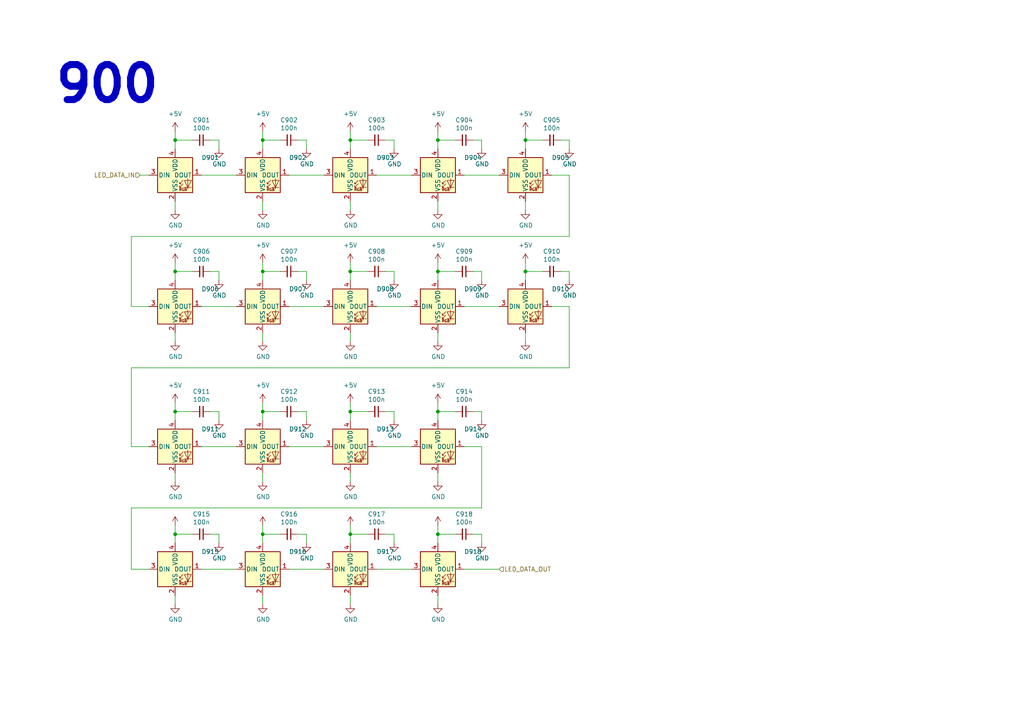
<source format=kicad_sch>
(kicad_sch (version 20250114) (generator "eeschema") (generator_version "9.0")
  (paper "A4")
  (lib_symbols
    (symbol "+5V_1" (power) (pin_names (offset 0))
      (property "Value" "+5V" (at 0 3.556 0))
      (symbol "+5V_1_1_1"
        (pin power_in line (at 0 0 90) (length 0) (hide yes) (name "+5V") (number "1"))
      )
    )
    (symbol "+5V_10" (power) (pin_names (offset 0))
      (property "Value" "+5V" (at 0 3.556 0))
      (symbol "+5V_10_1_1"
        (pin power_in line (at 0 0 90) (length 0) (hide yes) (name "+5V") (number "1"))
      )
    )
    (symbol "+5V_11" (power) (pin_names (offset 0))
      (property "Value" "+5V" (at 0 3.556 0))
      (symbol "+5V_11_1_1"
        (pin power_in line (at 0 0 90) (length 0) (hide yes) (name "+5V") (number "1"))
      )
    )
    (symbol "+5V_12" (power) (pin_names (offset 0))
      (property "Value" "+5V" (at 0 3.556 0))
      (symbol "+5V_12_1_1"
        (pin power_in line (at 0 0 90) (length 0) (hide yes) (name "+5V") (number "1"))
      )
    )
    (symbol "+5V_13" (power) (pin_names (offset 0))
      (property "Value" "+5V" (at 0 3.556 0))
      (symbol "+5V_13_1_1"
        (pin power_in line (at 0 0 90) (length 0) (hide yes) (name "+5V") (number "1"))
      )
    )
    (symbol "+5V_14" (power) (pin_names (offset 0))
      (property "Value" "+5V" (at 0 3.556 0))
      (symbol "+5V_14_1_1"
        (pin power_in line (at 0 0 90) (length 0) (hide yes) (name "+5V") (number "1"))
      )
    )
    (symbol "+5V_15" (power) (pin_names (offset 0))
      (property "Value" "+5V" (at 0 3.556 0))
      (symbol "+5V_15_1_1"
        (pin power_in line (at 0 0 90) (length 0) (hide yes) (name "+5V") (number "1"))
      )
    )
    (symbol "+5V_16" (power) (pin_names (offset 0))
      (property "Value" "+5V" (at 0 3.556 0))
      (symbol "+5V_16_1_1"
        (pin power_in line (at 0 0 90) (length 0) (hide yes) (name "+5V") (number "1"))
      )
    )
    (symbol "+5V_17" (power) (pin_names (offset 0))
      (property "Value" "+5V" (at 0 3.556 0))
      (symbol "+5V_17_1_1"
        (pin power_in line (at 0 0 90) (length 0) (hide yes) (name "+5V") (number "1"))
      )
    )
    (symbol "+5V_2" (power) (pin_names (offset 0))
      (property "Value" "+5V" (at 0 3.556 0))
      (symbol "+5V_2_1_1"
        (pin power_in line (at 0 0 90) (length 0) (hide yes) (name "+5V") (number "1"))
      )
    )
    (symbol "+5V_3" (power) (pin_names (offset 0))
      (property "Value" "+5V" (at 0 3.556 0))
      (symbol "+5V_3_1_1"
        (pin power_in line (at 0 0 90) (length 0) (hide yes) (name "+5V") (number "1"))
      )
    )
    (symbol "+5V_4" (power) (pin_names (offset 0))
      (property "Value" "+5V" (at 0 3.556 0))
      (symbol "+5V_4_1_1"
        (pin power_in line (at 0 0 90) (length 0) (hide yes) (name "+5V") (number "1"))
      )
    )
    (symbol "+5V_5" (power) (pin_names (offset 0))
      (property "Value" "+5V" (at 0 3.556 0))
      (symbol "+5V_5_1_1"
        (pin power_in line (at 0 0 90) (length 0) (hide yes) (name "+5V") (number "1"))
      )
    )
    (symbol "+5V_6" (power) (pin_names (offset 0))
      (property "Value" "+5V" (at 0 3.556 0))
      (symbol "+5V_6_1_1"
        (pin power_in line (at 0 0 90) (length 0) (hide yes) (name "+5V") (number "1"))
      )
    )
    (symbol "+5V_7" (power) (pin_names (offset 0))
      (property "Value" "+5V" (at 0 3.556 0))
      (symbol "+5V_7_1_1"
        (pin power_in line (at 0 0 90) (length 0) (hide yes) (name "+5V") (number "1"))
      )
    )
    (symbol "+5V_8" (power) (pin_names (offset 0))
      (property "Value" "+5V" (at 0 3.556 0))
      (symbol "+5V_8_1_1"
        (pin power_in line (at 0 0 90) (length 0) (hide yes) (name "+5V") (number "1"))
      )
    )
    (symbol "+5V_9" (power) (pin_names (offset 0))
      (property "Value" "+5V" (at 0 3.556 0))
      (symbol "+5V_9_1_1"
        (pin power_in line (at 0 0 90) (length 0) (hide yes) (name "+5V") (number "1"))
      )
    )
    (symbol "CAP_1" (pin_numbers (hide yes)) (pin_names (offset 0.254) (hide yes))
      (property "Reference" "C" (at 0.254 1.778 0))
      (symbol "CAP_1_1_1"
        (pin passive line (at 0 2.54 270) (length 2.032) (name "~") (number "1"))
        (pin passive line (at 0 -2.54 90) (length 2.032) (name "~") (number "2"))
      )
    )
    (symbol "CAP_10" (pin_numbers (hide yes)) (pin_names (offset 0.254) (hide yes))
      (property "Reference" "C" (at 0.254 1.778 0))
      (symbol "CAP_10_1_1"
        (pin passive line (at 0 2.54 270) (length 2.032) (name "~") (number "1"))
        (pin passive line (at 0 -2.54 90) (length 2.032) (name "~") (number "2"))
      )
    )
    (symbol "CAP_11" (pin_numbers (hide yes)) (pin_names (offset 0.254) (hide yes))
      (property "Reference" "C" (at 0.254 1.778 0))
      (symbol "CAP_11_1_1"
        (pin passive line (at 0 2.54 270) (length 2.032) (name "~") (number "1"))
        (pin passive line (at 0 -2.54 90) (length 2.032) (name "~") (number "2"))
      )
    )
    (symbol "CAP_12" (pin_numbers (hide yes)) (pin_names (offset 0.254) (hide yes))
      (property "Reference" "C" (at 0.254 1.778 0))
      (symbol "CAP_12_1_1"
        (pin passive line (at 0 2.54 270) (length 2.032) (name "~") (number "1"))
        (pin passive line (at 0 -2.54 90) (length 2.032) (name "~") (number "2"))
      )
    )
    (symbol "CAP_13" (pin_numbers (hide yes)) (pin_names (offset 0.254) (hide yes))
      (property "Reference" "C" (at 0.254 1.778 0))
      (symbol "CAP_13_1_1"
        (pin passive line (at 0 2.54 270) (length 2.032) (name "~") (number "1"))
        (pin passive line (at 0 -2.54 90) (length 2.032) (name "~") (number "2"))
      )
    )
    (symbol "CAP_14" (pin_numbers (hide yes)) (pin_names (offset 0.254) (hide yes))
      (property "Reference" "C" (at 0.254 1.778 0))
      (symbol "CAP_14_1_1"
        (pin passive line (at 0 2.54 270) (length 2.032) (name "~") (number "1"))
        (pin passive line (at 0 -2.54 90) (length 2.032) (name "~") (number "2"))
      )
    )
    (symbol "CAP_15" (pin_numbers (hide yes)) (pin_names (offset 0.254) (hide yes))
      (property "Reference" "C" (at 0.254 1.778 0))
      (symbol "CAP_15_1_1"
        (pin passive line (at 0 2.54 270) (length 2.032) (name "~") (number "1"))
        (pin passive line (at 0 -2.54 90) (length 2.032) (name "~") (number "2"))
      )
    )
    (symbol "CAP_16" (pin_numbers (hide yes)) (pin_names (offset 0.254) (hide yes))
      (property "Reference" "C" (at 0.254 1.778 0))
      (symbol "CAP_16_1_1"
        (pin passive line (at 0 2.54 270) (length 2.032) (name "~") (number "1"))
        (pin passive line (at 0 -2.54 90) (length 2.032) (name "~") (number "2"))
      )
    )
    (symbol "CAP_17" (pin_numbers (hide yes)) (pin_names (offset 0.254) (hide yes))
      (property "Reference" "C" (at 0.254 1.778 0))
      (symbol "CAP_17_1_1"
        (pin passive line (at 0 2.54 270) (length 2.032) (name "~") (number "1"))
        (pin passive line (at 0 -2.54 90) (length 2.032) (name "~") (number "2"))
      )
    )
    (symbol "CAP_2" (pin_numbers (hide yes)) (pin_names (offset 0.254) (hide yes))
      (property "Reference" "C" (at 0.254 1.778 0))
      (symbol "CAP_2_1_1"
        (pin passive line (at 0 2.54 270) (length 2.032) (name "~") (number "1"))
        (pin passive line (at 0 -2.54 90) (length 2.032) (name "~") (number "2"))
      )
    )
    (symbol "CAP_3" (pin_numbers (hide yes)) (pin_names (offset 0.254) (hide yes))
      (property "Reference" "C" (at 0.254 1.778 0))
      (symbol "CAP_3_1_1"
        (pin passive line (at 0 2.54 270) (length 2.032) (name "~") (number "1"))
        (pin passive line (at 0 -2.54 90) (length 2.032) (name "~") (number "2"))
      )
    )
    (symbol "CAP_4" (pin_numbers (hide yes)) (pin_names (offset 0.254) (hide yes))
      (property "Reference" "C" (at 0.254 1.778 0))
      (symbol "CAP_4_1_1"
        (pin passive line (at 0 2.54 270) (length 2.032) (name "~") (number "1"))
        (pin passive line (at 0 -2.54 90) (length 2.032) (name "~") (number "2"))
      )
    )
    (symbol "CAP_5" (pin_numbers (hide yes)) (pin_names (offset 0.254) (hide yes))
      (property "Reference" "C" (at 0.254 1.778 0))
      (symbol "CAP_5_1_1"
        (pin passive line (at 0 2.54 270) (length 2.032) (name "~") (number "1"))
        (pin passive line (at 0 -2.54 90) (length 2.032) (name "~") (number "2"))
      )
    )
    (symbol "CAP_6" (pin_numbers (hide yes)) (pin_names (offset 0.254) (hide yes))
      (property "Reference" "C" (at 0.254 1.778 0))
      (symbol "CAP_6_1_1"
        (pin passive line (at 0 2.54 270) (length 2.032) (name "~") (number "1"))
        (pin passive line (at 0 -2.54 90) (length 2.032) (name "~") (number "2"))
      )
    )
    (symbol "CAP_7" (pin_numbers (hide yes)) (pin_names (offset 0.254) (hide yes))
      (property "Reference" "C" (at 0.254 1.778 0))
      (symbol "CAP_7_1_1"
        (pin passive line (at 0 2.54 270) (length 2.032) (name "~") (number "1"))
        (pin passive line (at 0 -2.54 90) (length 2.032) (name "~") (number "2"))
      )
    )
    (symbol "CAP_8" (pin_numbers (hide yes)) (pin_names (offset 0.254) (hide yes))
      (property "Reference" "C" (at 0.254 1.778 0))
      (symbol "CAP_8_1_1"
        (pin passive line (at 0 2.54 270) (length 2.032) (name "~") (number "1"))
        (pin passive line (at 0 -2.54 90) (length 2.032) (name "~") (number "2"))
      )
    )
    (symbol "CAP_9" (pin_numbers (hide yes)) (pin_names (offset 0.254) (hide yes))
      (property "Reference" "C" (at 0.254 1.778 0))
      (symbol "CAP_9_1_1"
        (pin passive line (at 0 2.54 270) (length 2.032) (name "~") (number "1"))
        (pin passive line (at 0 -2.54 90) (length 2.032) (name "~") (number "2"))
      )
    )
    (symbol "GND_1" (power) (pin_names (offset 0))
      (property "Value" "GND" (at 0 -3.81 0))
      (symbol "GND_1_1_1"
        (pin power_in line (at 0 0 270) (length 0) (hide yes) (name "GND") (number "1"))
      )
    )
    (symbol "GND_10" (power) (pin_names (offset 0))
      (property "Value" "GND" (at 0 -3.81 0))
      (symbol "GND_10_1_1"
        (pin power_in line (at 0 0 270) (length 0) (hide yes) (name "GND") (number "1"))
      )
    )
    (symbol "GND_11" (power) (pin_names (offset 0))
      (property "Value" "GND" (at 0 -3.81 0))
      (symbol "GND_11_1_1"
        (pin power_in line (at 0 0 270) (length 0) (hide yes) (name "GND") (number "1"))
      )
    )
    (symbol "GND_12" (power) (pin_names (offset 0))
      (property "Value" "GND" (at 0 -3.81 0))
      (symbol "GND_12_1_1"
        (pin power_in line (at 0 0 270) (length 0) (hide yes) (name "GND") (number "1"))
      )
    )
    (symbol "GND_13" (power) (pin_names (offset 0))
      (property "Value" "GND" (at 0 -3.81 0))
      (symbol "GND_13_1_1"
        (pin power_in line (at 0 0 270) (length 0) (hide yes) (name "GND") (number "1"))
      )
    )
    (symbol "GND_14" (power) (pin_names (offset 0))
      (property "Value" "GND" (at 0 -3.81 0))
      (symbol "GND_14_1_1"
        (pin power_in line (at 0 0 270) (length 0) (hide yes) (name "GND") (number "1"))
      )
    )
    (symbol "GND_15" (power) (pin_names (offset 0))
      (property "Value" "GND" (at 0 -3.81 0))
      (symbol "GND_15_1_1"
        (pin power_in line (at 0 0 270) (length 0) (hide yes) (name "GND") (number "1"))
      )
    )
    (symbol "GND_16" (power) (pin_names (offset 0))
      (property "Value" "GND" (at 0 -3.81 0))
      (symbol "GND_16_1_1"
        (pin power_in line (at 0 0 270) (length 0) (hide yes) (name "GND") (number "1"))
      )
    )
    (symbol "GND_17" (power) (pin_names (offset 0))
      (property "Value" "GND" (at 0 -3.81 0))
      (symbol "GND_17_1_1"
        (pin power_in line (at 0 0 270) (length 0) (hide yes) (name "GND") (number "1"))
      )
    )
    (symbol "GND_18" (power) (pin_names (offset 0))
      (property "Value" "GND" (at 0 -3.81 0))
      (symbol "GND_18_1_1"
        (pin power_in line (at 0 0 270) (length 0) (hide yes) (name "GND") (number "1"))
      )
    )
    (symbol "GND_19" (power) (pin_names (offset 0))
      (property "Value" "GND" (at 0 -3.81 0))
      (symbol "GND_19_1_1"
        (pin power_in line (at 0 0 270) (length 0) (hide yes) (name "GND") (number "1"))
      )
    )
    (symbol "GND_2" (power) (pin_names (offset 0))
      (property "Value" "GND" (at 0 -3.81 0))
      (symbol "GND_2_1_1"
        (pin power_in line (at 0 0 270) (length 0) (hide yes) (name "GND") (number "1"))
      )
    )
    (symbol "GND_20" (power) (pin_names (offset 0))
      (property "Value" "GND" (at 0 -3.81 0))
      (symbol "GND_20_1_1"
        (pin power_in line (at 0 0 270) (length 0) (hide yes) (name "GND") (number "1"))
      )
    )
    (symbol "GND_21" (power) (pin_names (offset 0))
      (property "Value" "GND" (at 0 -3.81 0))
      (symbol "GND_21_1_1"
        (pin power_in line (at 0 0 270) (length 0) (hide yes) (name "GND") (number "1"))
      )
    )
    (symbol "GND_22" (power) (pin_names (offset 0))
      (property "Value" "GND" (at 0 -3.81 0))
      (symbol "GND_22_1_1"
        (pin power_in line (at 0 0 270) (length 0) (hide yes) (name "GND") (number "1"))
      )
    )
    (symbol "GND_23" (power) (pin_names (offset 0))
      (property "Value" "GND" (at 0 -3.81 0))
      (symbol "GND_23_1_1"
        (pin power_in line (at 0 0 270) (length 0) (hide yes) (name "GND") (number "1"))
      )
    )
    (symbol "GND_24" (power) (pin_names (offset 0))
      (property "Value" "GND" (at 0 -3.81 0))
      (symbol "GND_24_1_1"
        (pin power_in line (at 0 0 270) (length 0) (hide yes) (name "GND") (number "1"))
      )
    )
    (symbol "GND_25" (power) (pin_names (offset 0))
      (property "Value" "GND" (at 0 -3.81 0))
      (symbol "GND_25_1_1"
        (pin power_in line (at 0 0 270) (length 0) (hide yes) (name "GND") (number "1"))
      )
    )
    (symbol "GND_26" (power) (pin_names (offset 0))
      (property "Value" "GND" (at 0 -3.81 0))
      (symbol "GND_26_1_1"
        (pin power_in line (at 0 0 270) (length 0) (hide yes) (name "GND") (number "1"))
      )
    )
    (symbol "GND_27" (power) (pin_names (offset 0))
      (property "Value" "GND" (at 0 -3.81 0))
      (symbol "GND_27_1_1"
        (pin power_in line (at 0 0 270) (length 0) (hide yes) (name "GND") (number "1"))
      )
    )
    (symbol "GND_28" (power) (pin_names (offset 0))
      (property "Value" "GND" (at 0 -3.81 0))
      (symbol "GND_28_1_1"
        (pin power_in line (at 0 0 270) (length 0) (hide yes) (name "GND") (number "1"))
      )
    )
    (symbol "GND_29" (power) (pin_names (offset 0))
      (property "Value" "GND" (at 0 -3.81 0))
      (symbol "GND_29_1_1"
        (pin power_in line (at 0 0 270) (length 0) (hide yes) (name "GND") (number "1"))
      )
    )
    (symbol "GND_3" (power) (pin_names (offset 0))
      (property "Value" "GND" (at 0 -3.81 0))
      (symbol "GND_3_1_1"
        (pin power_in line (at 0 0 270) (length 0) (hide yes) (name "GND") (number "1"))
      )
    )
    (symbol "GND_30" (power) (pin_names (offset 0))
      (property "Value" "GND" (at 0 -3.81 0))
      (symbol "GND_30_1_1"
        (pin power_in line (at 0 0 270) (length 0) (hide yes) (name "GND") (number "1"))
      )
    )
    (symbol "GND_31" (power) (pin_names (offset 0))
      (property "Value" "GND" (at 0 -3.81 0))
      (symbol "GND_31_1_1"
        (pin power_in line (at 0 0 270) (length 0) (hide yes) (name "GND") (number "1"))
      )
    )
    (symbol "GND_32" (power) (pin_names (offset 0))
      (property "Value" "GND" (at 0 -3.81 0))
      (symbol "GND_32_1_1"
        (pin power_in line (at 0 0 270) (length 0) (hide yes) (name "GND") (number "1"))
      )
    )
    (symbol "GND_33" (power) (pin_names (offset 0))
      (property "Value" "GND" (at 0 -3.81 0))
      (symbol "GND_33_1_1"
        (pin power_in line (at 0 0 270) (length 0) (hide yes) (name "GND") (number "1"))
      )
    )
    (symbol "GND_34" (power) (pin_names (offset 0))
      (property "Value" "GND" (at 0 -3.81 0))
      (symbol "GND_34_1_1"
        (pin power_in line (at 0 0 270) (length 0) (hide yes) (name "GND") (number "1"))
      )
    )
    (symbol "GND_35" (power) (pin_names (offset 0))
      (property "Value" "GND" (at 0 -3.81 0))
      (symbol "GND_35_1_1"
        (pin power_in line (at 0 0 270) (length 0) (hide yes) (name "GND") (number "1"))
      )
    )
    (symbol "GND_4" (power) (pin_names (offset 0))
      (property "Value" "GND" (at 0 -3.81 0))
      (symbol "GND_4_1_1"
        (pin power_in line (at 0 0 270) (length 0) (hide yes) (name "GND") (number "1"))
      )
    )
    (symbol "GND_5" (power) (pin_names (offset 0))
      (property "Value" "GND" (at 0 -3.81 0))
      (symbol "GND_5_1_1"
        (pin power_in line (at 0 0 270) (length 0) (hide yes) (name "GND") (number "1"))
      )
    )
    (symbol "GND_6" (power) (pin_names (offset 0))
      (property "Value" "GND" (at 0 -3.81 0))
      (symbol "GND_6_1_1"
        (pin power_in line (at 0 0 270) (length 0) (hide yes) (name "GND") (number "1"))
      )
    )
    (symbol "GND_7" (power) (pin_names (offset 0))
      (property "Value" "GND" (at 0 -3.81 0))
      (symbol "GND_7_1_1"
        (pin power_in line (at 0 0 270) (length 0) (hide yes) (name "GND") (number "1"))
      )
    )
    (symbol "GND_8" (power) (pin_names (offset 0))
      (property "Value" "GND" (at 0 -3.81 0))
      (symbol "GND_8_1_1"
        (pin power_in line (at 0 0 270) (length 0) (hide yes) (name "GND") (number "1"))
      )
    )
    (symbol "GND_9" (power) (pin_names (offset 0))
      (property "Value" "GND" (at 0 -3.81 0))
      (symbol "GND_9_1_1"
        (pin power_in line (at 0 0 270) (length 0) (hide yes) (name "GND") (number "1"))
      )
    )
    (symbol "power:+5V" (power) (pin_names (offset 0))
      (property "Value" "+5V" (at 0 3.556 0))
      (symbol "+5V_1_1"
        (pin power_in line (at 0 0 90) (length 0) (hide yes) (name "+5V") (number "1"))
      )
    )
    (symbol "power:GND" (power) (pin_names (offset 0))
      (property "Value" "GND" (at 0 -3.81 0))
      (symbol "GND_1_1"
        (pin power_in line (at 0 0 270) (length 0) (hide yes) (name "GND") (number "1"))
      )
    )
    (symbol "suku_basics:CAP" (pin_numbers (hide yes)) (pin_names (offset 0.254) (hide yes))
      (property "Reference" "C" (at 0.254 1.778 0))
      (symbol "CAP_1_1"
        (pin passive line (at 0 2.54 270) (length 2.032) (name "~") (number "1"))
        (pin passive line (at 0 -2.54 90) (length 2.032) (name "~") (number "2"))
      )
    )
    (symbol "suku_basics:UI_WS2812C-2020" (pin_names (offset 0.254))
      (property "Reference" "D" (at 5.08 5.715 0))
      (property "Value" "UI_WS2812C-2020" (at 1.27 -5.715 0))
      (symbol "UI_WS2812C-2020_0_0"
        (text "RGB" (at 2.286 -4.191 0) (effects (font (size 0.762 0.762))))
      )
      (symbol "UI_WS2812C-2020_1_1"
        (pin input line (at -7.62 0 0) (length 2.54) (name "DIN") (number "3"))
        (pin power_in line (at 0 7.62 270) (length 2.54) (name "VDD") (number "4"))
        (pin power_in line (at 0 -7.62 90) (length 2.54) (name "VSS") (number "2"))
        (pin output line (at 7.62 0 180) (length 2.54) (name "DOUT") (number "1"))
      )
    )
  )
  (text "900" (at 15.24 30.48 0) (effects (font (size 10.16 10.16) (thickness 2.032) (bold yes)) (justify left bottom)))
  (junction (at 101.6 154.94))
  (junction (at 76.2 154.94))
  (junction (at 50.8 119.38))
  (junction (at 101.6 40.64))
  (junction (at 76.2 78.74))
  (junction (at 101.6 78.74))
  (junction (at 101.6 119.38))
  (junction (at 127 154.94))
  (junction (at 127 78.74))
  (junction (at 127 119.38))
  (junction (at 50.8 40.64))
  (junction (at 152.4 40.64))
  (junction (at 127 40.64))
  (junction (at 152.4 78.74))
  (junction (at 50.8 78.74))
  (junction (at 76.2 40.64))
  (junction (at 76.2 119.38))
  (junction (at 50.8 154.94))
  (wire (pts (xy 139.7 147.32) (xy 38.1 147.32)))
  (wire (pts (xy 88.9 40.64) (xy 86.36 40.64)))
  (wire (pts (xy 127 60.96) (xy 127 58.42)))
  (wire (pts (xy 127 81.28) (xy 127 78.74)))
  (wire (pts (xy 139.7 129.54) (xy 139.7 147.32)))
  (wire (pts (xy 114.3 78.74) (xy 111.76 78.74)))
  (wire (pts (xy 63.5 78.74) (xy 60.96 78.74)))
  (wire (pts (xy 63.5 81.28) (xy 63.5 78.74)))
  (wire (pts (xy 76.2 157.48) (xy 76.2 154.94)))
  (wire (pts (xy 38.1 129.54) (xy 43.18 129.54)))
  (wire (pts (xy 114.3 157.48) (xy 114.3 154.94)))
  (wire (pts (xy 127 121.92) (xy 127 119.38)))
  (wire (pts (xy 88.9 43.18) (xy 88.9 40.64)))
  (wire (pts (xy 88.9 154.94) (xy 86.36 154.94)))
  (wire (pts (xy 127 139.7) (xy 127 137.16)))
  (wire (pts (xy 165.1 81.28) (xy 165.1 78.74)))
  (wire (pts (xy 88.9 119.38) (xy 86.36 119.38)))
  (wire (pts (xy 38.1 68.58) (xy 38.1 88.9)))
  (wire (pts (xy 58.42 129.54) (xy 68.58 129.54)))
  (wire (pts (xy 81.28 154.94) (xy 76.2 154.94)))
  (wire (pts (xy 63.5 119.38) (xy 60.96 119.38)))
  (wire (pts (xy 38.1 165.1) (xy 43.18 165.1)))
  (wire (pts (xy 132.08 40.64) (xy 127 40.64)))
  (wire (pts (xy 38.1 106.68) (xy 38.1 129.54)))
  (wire (pts (xy 114.3 119.38) (xy 111.76 119.38)))
  (wire (pts (xy 165.1 40.64) (xy 162.56 40.64)))
  (wire (pts (xy 38.1 147.32) (xy 38.1 165.1)))
  (wire (pts (xy 114.3 154.94) (xy 111.76 154.94)))
  (wire (pts (xy 165.1 78.74) (xy 162.56 78.74)))
  (wire (pts (xy 127 78.74) (xy 127 76.2)))
  (wire (pts (xy 58.42 165.1) (xy 68.58 165.1)))
  (wire (pts (xy 50.8 40.64) (xy 50.8 38.1)))
  (wire (pts (xy 101.6 40.64) (xy 101.6 38.1)))
  (wire (pts (xy 101.6 175.26) (xy 101.6 172.72)))
  (wire (pts (xy 76.2 76.2) (xy 76.2 78.74)))
  (wire (pts (xy 88.9 121.92) (xy 88.9 119.38)))
  (wire (pts (xy 152.4 99.06) (xy 152.4 96.52)))
  (wire (pts (xy 109.22 129.54) (xy 119.38 129.54)))
  (wire (pts (xy 132.08 154.94) (xy 127 154.94)))
  (wire (pts (xy 50.8 81.28) (xy 50.8 78.74)))
  (wire (pts (xy 134.62 50.8) (xy 144.78 50.8)))
  (wire (pts (xy 83.82 165.1) (xy 93.98 165.1)))
  (wire (pts (xy 50.8 40.64) (xy 55.88 40.64)))
  (wire (pts (xy 101.6 139.7) (xy 101.6 137.16)))
  (wire (pts (xy 63.5 154.94) (xy 60.96 154.94)))
  (wire (pts (xy 50.8 157.48) (xy 50.8 154.94)))
  (wire (pts (xy 134.62 165.1) (xy 144.78 165.1)))
  (wire (pts (xy 127 43.18) (xy 127 40.64)))
  (wire (pts (xy 50.8 175.26) (xy 50.8 172.72)))
  (wire (pts (xy 76.2 121.92) (xy 76.2 119.38)))
  (wire (pts (xy 132.08 78.74) (xy 127 78.74)))
  (wire (pts (xy 38.1 88.9) (xy 43.18 88.9)))
  (wire (pts (xy 152.4 60.96) (xy 152.4 58.42)))
  (wire (pts (xy 88.9 157.48) (xy 88.9 154.94)))
  (wire (pts (xy 81.28 119.38) (xy 76.2 119.38)))
  (wire (pts (xy 76.2 99.06) (xy 76.2 96.52)))
  (wire (pts (xy 101.6 121.92) (xy 101.6 119.38)))
  (wire (pts (xy 101.6 99.06) (xy 101.6 96.52)))
  (wire (pts (xy 106.68 119.38) (xy 101.6 119.38)))
  (wire (pts (xy 101.6 60.96) (xy 101.6 58.42)))
  (wire (pts (xy 139.7 40.64) (xy 137.16 40.64)))
  (wire (pts (xy 50.8 154.94) (xy 50.8 152.4)))
  (wire (pts (xy 127 175.26) (xy 127 172.72)))
  (wire (pts (xy 83.82 129.54) (xy 93.98 129.54)))
  (wire (pts (xy 76.2 154.94) (xy 76.2 152.4)))
  (wire (pts (xy 50.8 119.38) (xy 50.8 116.84)))
  (wire (pts (xy 139.7 119.38) (xy 137.16 119.38)))
  (wire (pts (xy 50.8 119.38) (xy 55.88 119.38)))
  (wire (pts (xy 58.42 88.9) (xy 68.58 88.9)))
  (wire (pts (xy 40.64 50.8) (xy 43.18 50.8)))
  (wire (pts (xy 134.62 129.54) (xy 139.7 129.54)))
  (wire (pts (xy 76.2 60.96) (xy 76.2 58.42)))
  (wire (pts (xy 152.4 81.28) (xy 152.4 78.74)))
  (wire (pts (xy 81.28 78.74) (xy 76.2 78.74)))
  (wire (pts (xy 165.1 68.58) (xy 165.1 50.8)))
  (wire (pts (xy 50.8 60.96) (xy 50.8 58.42)))
  (wire (pts (xy 152.4 40.64) (xy 152.4 38.1)))
  (wire (pts (xy 160.02 88.9) (xy 165.1 88.9)))
  (wire (pts (xy 76.2 139.7) (xy 76.2 137.16)))
  (wire (pts (xy 50.8 78.74) (xy 55.88 78.74)))
  (wire (pts (xy 81.28 40.64) (xy 76.2 40.64)))
  (wire (pts (xy 106.68 78.74) (xy 101.6 78.74)))
  (wire (pts (xy 134.62 88.9) (xy 144.78 88.9)))
  (wire (pts (xy 114.3 81.28) (xy 114.3 78.74)))
  (wire (pts (xy 114.3 43.18) (xy 114.3 40.64)))
  (wire (pts (xy 101.6 119.38) (xy 101.6 116.84)))
  (wire (pts (xy 127 40.64) (xy 127 38.1)))
  (wire (pts (xy 83.82 88.9) (xy 93.98 88.9)))
  (wire (pts (xy 101.6 81.28) (xy 101.6 78.74)))
  (wire (pts (xy 152.4 78.74) (xy 152.4 76.2)))
  (wire (pts (xy 160.02 50.8) (xy 165.1 50.8)))
  (wire (pts (xy 157.48 40.64) (xy 152.4 40.64)))
  (wire (pts (xy 88.9 81.28) (xy 88.9 78.74)))
  (wire (pts (xy 63.5 157.48) (xy 63.5 154.94)))
  (wire (pts (xy 76.2 43.18) (xy 76.2 40.64)))
  (wire (pts (xy 127 99.06) (xy 127 96.52)))
  (wire (pts (xy 50.8 139.7) (xy 50.8 137.16)))
  (wire (pts (xy 127 119.38) (xy 127 116.84)))
  (wire (pts (xy 139.7 121.92) (xy 139.7 119.38)))
  (wire (pts (xy 76.2 116.84) (xy 76.2 119.38)))
  (wire (pts (xy 38.1 68.58) (xy 165.1 68.58)))
  (wire (pts (xy 139.7 154.94) (xy 137.16 154.94)))
  (wire (pts (xy 152.4 43.18) (xy 152.4 40.64)))
  (wire (pts (xy 139.7 157.48) (xy 139.7 154.94)))
  (wire (pts (xy 101.6 78.74) (xy 101.6 76.2)))
  (wire (pts (xy 58.42 50.8) (xy 68.58 50.8)))
  (wire (pts (xy 127 154.94) (xy 127 152.4)))
  (wire (pts (xy 50.8 43.18) (xy 50.8 40.64)))
  (wire (pts (xy 50.8 121.92) (xy 50.8 119.38)))
  (wire (pts (xy 101.6 154.94) (xy 101.6 152.4)))
  (wire (pts (xy 109.22 50.8) (xy 119.38 50.8)))
  (wire (pts (xy 165.1 106.68) (xy 165.1 88.9)))
  (wire (pts (xy 114.3 121.92) (xy 114.3 119.38)))
  (wire (pts (xy 139.7 78.74) (xy 137.16 78.74)))
  (wire (pts (xy 83.82 50.8) (xy 93.98 50.8)))
  (wire (pts (xy 63.5 40.64) (xy 60.96 40.64)))
  (wire (pts (xy 157.48 78.74) (xy 152.4 78.74)))
  (wire (pts (xy 38.1 106.68) (xy 165.1 106.68)))
  (wire (pts (xy 63.5 121.92) (xy 63.5 119.38)))
  (wire (pts (xy 106.68 40.64) (xy 101.6 40.64)))
  (wire (pts (xy 63.5 43.18) (xy 63.5 40.64)))
  (wire (pts (xy 76.2 175.26) (xy 76.2 172.72)))
  (wire (pts (xy 139.7 43.18) (xy 139.7 40.64)))
  (wire (pts (xy 114.3 40.64) (xy 111.76 40.64)))
  (wire (pts (xy 132.08 119.38) (xy 127 119.38)))
  (wire (pts (xy 76.2 81.28) (xy 76.2 78.74)))
  (wire (pts (xy 109.22 165.1) (xy 119.38 165.1)))
  (wire (pts (xy 50.8 78.74) (xy 50.8 76.2)))
  (wire (pts (xy 101.6 43.18) (xy 101.6 40.64)))
  (wire (pts (xy 106.68 154.94) (xy 101.6 154.94)))
  (wire (pts (xy 109.22 88.9) (xy 119.38 88.9)))
  (wire (pts (xy 50.8 99.06) (xy 50.8 96.52)))
  (wire (pts (xy 101.6 157.48) (xy 101.6 154.94)))
  (wire (pts (xy 139.7 81.28) (xy 139.7 78.74)))
  (wire (pts (xy 88.9 78.74) (xy 86.36 78.74)))
  (wire (pts (xy 165.1 43.18) (xy 165.1 40.64)))
  (wire (pts (xy 76.2 40.64) (xy 76.2 38.1)))
  (wire (pts (xy 50.8 154.94) (xy 55.88 154.94)))
  (wire (pts (xy 127 157.48) (xy 127 154.94)))
  (hierarchical_label "LED_DATA_IN" (shape input) (at 40.64 50.8 180))
  (hierarchical_label "LED_DATA_OUT" (shape input) (at 144.78 165.1 0))
  (symbol (lib_id "suku_basics:UI_WS2812C-2020") (at 50.8 88.9 0) (unit 1)
    (property "Reference" "D906" (at 58.42 83.82 0) (effects (justify left)))
    (property "Value" "WS2812C-2020" (effects (hide yes)))
    (property "Footprint" "suku_basics:UI_WS2812C-2020" (effects (hide yes)))
  )
  (symbol (lib_id "power:GND") (at 50.8 99.06 0) (unit 1)
    (property "Reference" "#PWR0926" (effects (hide yes)))
    (property "Value" "GND" (at 50.927 103.4542 0))
  )
  (symbol (lib_id "suku_basics:UI_WS2812C-2020") (at 76.2 88.9 0) (unit 1)
    (property "Reference" "D907" (at 83.82 83.82 0) (effects (justify left)))
    (property "Value" "WS2812C-2020" (effects (hide yes)))
    (property "Footprint" "suku_basics:UI_WS2812C-2020" (effects (hide yes)))
  )
  (symbol (lib_name "GND_33") (lib_id "power:GND") (at 76.2 99.06 0) (unit 1)
    (property "Reference" "#PWR0927" (effects (hide yes)))
    (property "Value" "GND" (at 76.327 103.4542 0))
  )
  (symbol (lib_id "suku_basics:UI_WS2812C-2020") (at 101.6 88.9 0) (unit 1)
    (property "Reference" "D908" (at 109.22 83.82 0) (effects (justify left)))
    (property "Value" "WS2812C-2020" (effects (hide yes)))
    (property "Footprint" "suku_basics:UI_WS2812C-2020" (effects (hide yes)))
  )
  (symbol (lib_name "GND_35") (lib_id "power:GND") (at 101.6 99.06 0) (unit 1)
    (property "Reference" "#PWR0928" (effects (hide yes)))
    (property "Value" "GND" (at 101.727 103.4542 0))
  )
  (symbol (lib_id "suku_basics:UI_WS2812C-2020") (at 127 88.9 0) (unit 1)
    (property "Reference" "D909" (at 134.62 83.82 0) (effects (justify left)))
    (property "Value" "WS2812C-2020" (effects (hide yes)))
    (property "Footprint" "suku_basics:UI_WS2812C-2020" (effects (hide yes)))
  )
  (symbol (lib_name "GND_34") (lib_id "power:GND") (at 127 99.06 0) (unit 1)
    (property "Reference" "#PWR0929" (effects (hide yes)))
    (property "Value" "GND" (at 127.127 103.4542 0))
  )
  (symbol (lib_id "suku_basics:CAP") (at 58.42 78.74 270) (unit 1)
    (property "Reference" "C906" (at 58.42 72.9234 90))
    (property "Value" "100n" (at 58.42 75.2348 90))
    (property "Footprint" "suku_basics:CAP_0402" (effects (hide yes)))
  )
  (symbol (lib_name "GND_31") (lib_id "power:GND") (at 63.5 81.28 0) (unit 1)
    (property "Reference" "#PWR0921" (effects (hide yes)))
    (property "Value" "GND" (at 63.627 85.6742 0))
  )
  (symbol (lib_name "CAP_16") (lib_id "suku_basics:CAP") (at 83.82 78.74 270) (unit 1)
    (property "Reference" "C907" (at 83.82 72.9234 90))
    (property "Value" "100n" (at 83.82 75.2348 90))
    (property "Footprint" "suku_basics:CAP_0402" (effects (hide yes)))
  )
  (symbol (lib_name "GND_32") (lib_id "power:GND") (at 88.9 81.28 0) (unit 1)
    (property "Reference" "#PWR0922" (effects (hide yes)))
    (property "Value" "GND" (at 89.027 85.6742 0))
  )
  (symbol (lib_name "CAP_17") (lib_id "suku_basics:CAP") (at 109.22 78.74 270) (unit 1)
    (property "Reference" "C908" (at 109.22 72.9234 90))
    (property "Value" "100n" (at 109.22 75.2348 90))
    (property "Footprint" "suku_basics:CAP_0402" (effects (hide yes)))
  )
  (symbol (lib_name "GND_30") (lib_id "power:GND") (at 114.3 81.28 0) (unit 1)
    (property "Reference" "#PWR0923" (effects (hide yes)))
    (property "Value" "GND" (at 114.427 85.6742 0))
  )
  (symbol (lib_name "CAP_15") (lib_id "suku_basics:CAP") (at 134.62 78.74 270) (unit 1)
    (property "Reference" "C909" (at 134.62 72.9234 90))
    (property "Value" "100n" (at 134.62 75.2348 90))
    (property "Footprint" "suku_basics:CAP_0402" (effects (hide yes)))
  )
  (symbol (lib_name "GND_29") (lib_id "power:GND") (at 139.7 81.28 0) (unit 1)
    (property "Reference" "#PWR0924" (effects (hide yes)))
    (property "Value" "GND" (at 139.827 85.6742 0))
  )
  (symbol (lib_id "suku_basics:UI_WS2812C-2020") (at 50.8 165.1 0) (unit 1)
    (property "Reference" "D915" (at 58.42 160.02 0) (effects (justify left)))
    (property "Value" "WS2812C-2020" (effects (hide yes)))
    (property "Footprint" "suku_basics:UI_WS2812C-2020" (effects (hide yes)))
  )
  (symbol (lib_name "GND_28") (lib_id "power:GND") (at 50.8 175.26 0) (unit 1)
    (property "Reference" "#PWR0951" (effects (hide yes)))
    (property "Value" "GND" (at 50.927 179.6542 0))
  )
  (symbol (lib_id "suku_basics:UI_WS2812C-2020") (at 76.2 165.1 0) (unit 1)
    (property "Reference" "D916" (at 83.82 160.02 0) (effects (justify left)))
    (property "Value" "WS2812C-2020" (effects (hide yes)))
    (property "Footprint" "suku_basics:UI_WS2812C-2020" (effects (hide yes)))
  )
  (symbol (lib_name "GND_26") (lib_id "power:GND") (at 76.2 175.26 0) (unit 1)
    (property "Reference" "#PWR0952" (effects (hide yes)))
    (property "Value" "GND" (at 76.327 179.6542 0))
  )
  (symbol (lib_id "suku_basics:UI_WS2812C-2020") (at 101.6 165.1 0) (unit 1)
    (property "Reference" "D917" (at 109.22 160.02 0) (effects (justify left)))
    (property "Value" "WS2812C-2020" (effects (hide yes)))
    (property "Footprint" "suku_basics:UI_WS2812C-2020" (effects (hide yes)))
  )
  (symbol (lib_name "GND_25") (lib_id "power:GND") (at 101.6 175.26 0) (unit 1)
    (property "Reference" "#PWR0953" (effects (hide yes)))
    (property "Value" "GND" (at 101.727 179.6542 0))
  )
  (symbol (lib_id "suku_basics:UI_WS2812C-2020") (at 127 165.1 0) (unit 1)
    (property "Reference" "D918" (at 134.62 160.02 0) (effects (justify left)))
    (property "Value" "WS2812C-2020" (effects (hide yes)))
    (property "Footprint" "suku_basics:UI_WS2812C-2020" (effects (hide yes)))
  )
  (symbol (lib_name "GND_27") (lib_id "power:GND") (at 127 175.26 0) (unit 1)
    (property "Reference" "#PWR0954" (effects (hide yes)))
    (property "Value" "GND" (at 127.127 179.6542 0))
  )
  (symbol (lib_name "CAP_14") (lib_id "suku_basics:CAP") (at 58.42 154.94 270) (unit 1)
    (property "Reference" "C915" (at 58.42 149.1234 90))
    (property "Value" "100n" (at 58.42 151.4348 90))
    (property "Footprint" "suku_basics:CAP_0402" (effects (hide yes)))
  )
  (symbol (lib_name "GND_24") (lib_id "power:GND") (at 63.5 157.48 0) (unit 1)
    (property "Reference" "#PWR0947" (effects (hide yes)))
    (property "Value" "GND" (at 63.627 161.8742 0))
  )
  (symbol (lib_name "CAP_13") (lib_id "suku_basics:CAP") (at 83.82 154.94 270) (unit 1)
    (property "Reference" "C916" (at 83.82 149.1234 90))
    (property "Value" "100n" (at 83.82 151.4348 90))
    (property "Footprint" "suku_basics:CAP_0402" (effects (hide yes)))
  )
  (symbol (lib_name "GND_22") (lib_id "power:GND") (at 88.9 157.48 0) (unit 1)
    (property "Reference" "#PWR0948" (effects (hide yes)))
    (property "Value" "GND" (at 89.027 161.8742 0))
  )
  (symbol (lib_name "CAP_11") (lib_id "suku_basics:CAP") (at 109.22 154.94 270) (unit 1)
    (property "Reference" "C917" (at 109.22 149.1234 90))
    (property "Value" "100n" (at 109.22 151.4348 90))
    (property "Footprint" "suku_basics:CAP_0402" (effects (hide yes)))
  )
  (symbol (lib_name "GND_23") (lib_id "power:GND") (at 114.3 157.48 0) (unit 1)
    (property "Reference" "#PWR0949" (effects (hide yes)))
    (property "Value" "GND" (at 114.427 161.8742 0))
  )
  (symbol (lib_name "CAP_12") (lib_id "suku_basics:CAP") (at 134.62 154.94 270) (unit 1)
    (property "Reference" "C918" (at 134.62 149.1234 90))
    (property "Value" "100n" (at 134.62 151.4348 90))
    (property "Footprint" "suku_basics:CAP_0402" (effects (hide yes)))
  )
  (symbol (lib_name "GND_21") (lib_id "power:GND") (at 139.7 157.48 0) (unit 1)
    (property "Reference" "#PWR0950" (effects (hide yes)))
    (property "Value" "GND" (at 139.827 161.8742 0))
  )
  (symbol (lib_id "suku_basics:UI_WS2812C-2020") (at 76.2 129.54 0) (unit 1)
    (property "Reference" "D912" (at 83.82 124.46 0) (effects (justify left)))
    (property "Value" "WS2812C-2020" (effects (hide yes)))
    (property "Footprint" "suku_basics:UI_WS2812C-2020" (effects (hide yes)))
  )
  (symbol (lib_id "suku_basics:UI_WS2812C-2020") (at 152.4 88.9 0) (unit 1)
    (property "Reference" "D910" (at 160.02 83.82 0) (effects (justify left)))
    (property "Value" "WS2812C-2020" (effects (hide yes)))
    (property "Footprint" "suku_basics:UI_WS2812C-2020" (effects (hide yes)))
  )
  (symbol (lib_id "power:+5V") (at 127 38.1 0) (unit 1)
    (property "Reference" "#PWR0904" (effects (hide yes)))
    (property "Value" "+5V" (at 127 33.02 0))
  )
  (symbol (lib_name "GND_20") (lib_id "power:GND") (at 152.4 60.96 0) (unit 1)
    (property "Reference" "#PWR0915" (effects (hide yes)))
    (property "Value" "GND" (at 152.527 65.3542 0))
  )
  (symbol (lib_name "GND_19") (lib_id "power:GND") (at 76.2 60.96 0) (unit 1)
    (property "Reference" "#PWR0912" (effects (hide yes)))
    (property "Value" "GND" (at 76.327 65.3542 0))
  )
  (symbol (lib_name "GND_18") (lib_id "power:GND") (at 139.7 43.18 0) (unit 1)
    (property "Reference" "#PWR0909" (effects (hide yes)))
    (property "Value" "GND" (at 139.827 47.5742 0))
  )
  (symbol (lib_name "GND_17") (lib_id "power:GND") (at 50.8 60.96 0) (unit 1)
    (property "Reference" "#PWR0911" (effects (hide yes)))
    (property "Value" "GND" (at 50.927 65.3542 0))
  )
  (symbol (lib_name "GND_16") (lib_id "power:GND") (at 127 60.96 0) (unit 1)
    (property "Reference" "#PWR0914" (effects (hide yes)))
    (property "Value" "GND" (at 127.127 65.3542 0))
  )
  (symbol (lib_name "+5V_17") (lib_id "power:+5V") (at 127 152.4 0) (unit 1)
    (property "Reference" "#PWR0946" (effects (hide yes)))
    (property "Value" "+5V" (effects (hide yes)))
  )
  (symbol (lib_name "CAP_10") (lib_id "suku_basics:CAP") (at 160.02 40.64 270) (unit 1)
    (property "Reference" "C905" (at 160.02 34.8234 90))
    (property "Value" "100n" (at 160.02 37.1348 90))
    (property "Footprint" "suku_basics:CAP_0402" (effects (hide yes)))
  )
  (symbol (lib_id "suku_basics:UI_WS2812C-2020") (at 50.8 50.8 0) (unit 1)
    (property "Reference" "D901" (at 58.42 45.72 0) (effects (justify left)))
    (property "Value" "WS2812C-2020" (effects (hide yes)))
    (property "Footprint" "suku_basics:UI_WS2812C-2020" (effects (hide yes)))
  )
  (symbol (lib_name "+5V_16") (lib_id "power:+5V") (at 101.6 152.4 0) (unit 1)
    (property "Reference" "#PWR0945" (effects (hide yes)))
    (property "Value" "+5V" (effects (hide yes)))
  )
  (symbol (lib_name "GND_15") (lib_id "power:GND") (at 152.4 99.06 0) (unit 1)
    (property "Reference" "#PWR0930" (effects (hide yes)))
    (property "Value" "GND" (at 152.527 103.4542 0))
  )
  (symbol (lib_id "suku_basics:UI_WS2812C-2020") (at 127 50.8 0) (unit 1)
    (property "Reference" "D904" (at 134.62 45.72 0) (effects (justify left)))
    (property "Value" "WS2812C-2020" (effects (hide yes)))
    (property "Footprint" "suku_basics:UI_WS2812C-2020" (effects (hide yes)))
  )
  (symbol (lib_name "+5V_15") (lib_id "power:+5V") (at 152.4 38.1 0) (unit 1)
    (property "Reference" "#PWR0905" (effects (hide yes)))
    (property "Value" "+5V" (at 152.4 33.02 0))
  )
  (symbol (lib_name "GND_14") (lib_id "power:GND") (at 76.2 139.7 0) (unit 1)
    (property "Reference" "#PWR0940" (effects (hide yes)))
    (property "Value" "GND" (at 76.327 144.0942 0))
  )
  (symbol (lib_name "GND_12") (lib_id "power:GND") (at 88.9 121.92 0) (unit 1)
    (property "Reference" "#PWR0936" (effects (hide yes)))
    (property "Value" "GND" (at 89.027 126.3142 0))
  )
  (symbol (lib_name "GND_10") (lib_id "power:GND") (at 165.1 43.18 0) (unit 1)
    (property "Reference" "#PWR0910" (effects (hide yes)))
    (property "Value" "GND" (at 165.227 47.5742 0))
  )
  (symbol (lib_name "+5V_14") (lib_id "power:+5V") (at 76.2 38.1 0) (unit 1)
    (property "Reference" "#PWR0902" (effects (hide yes)))
    (property "Value" "+5V" (at 76.2 33.02 0))
  )
  (symbol (lib_name "CAP_8") (lib_id "suku_basics:CAP") (at 58.42 119.38 270) (unit 1)
    (property "Reference" "C911" (at 58.42 113.5634 90))
    (property "Value" "100n" (at 58.42 115.8748 90))
    (property "Footprint" "suku_basics:CAP_0402" (effects (hide yes)))
  )
  (symbol (lib_name "CAP_7") (lib_id "suku_basics:CAP") (at 83.82 119.38 270) (unit 1)
    (property "Reference" "C912" (at 83.82 113.5634 90))
    (property "Value" "100n" (at 83.82 115.8748 90))
    (property "Footprint" "suku_basics:CAP_0402" (effects (hide yes)))
  )
  (symbol (lib_id "suku_basics:UI_WS2812C-2020") (at 127 129.54 0) (unit 1)
    (property "Reference" "D914" (at 134.62 124.46 0) (effects (justify left)))
    (property "Value" "WS2812C-2020" (effects (hide yes)))
    (property "Footprint" "suku_basics:UI_WS2812C-2020" (effects (hide yes)))
  )
  (symbol (lib_name "CAP_6") (lib_id "suku_basics:CAP") (at 83.82 40.64 270) (unit 1)
    (property "Reference" "C902" (at 83.82 34.8234 90))
    (property "Value" "100n" (at 83.82 37.1348 90))
    (property "Footprint" "suku_basics:CAP_0402" (effects (hide yes)))
  )
  (symbol (lib_name "GND_13") (lib_id "power:GND") (at 165.1 81.28 0) (unit 1)
    (property "Reference" "#PWR0925" (effects (hide yes)))
    (property "Value" "GND" (at 165.227 85.6742 0))
  )
  (symbol (lib_name "+5V_13") (lib_id "power:+5V") (at 101.6 116.84 0) (unit 1)
    (property "Reference" "#PWR0933" (effects (hide yes)))
    (property "Value" "+5V" (at 101.6 111.76 0))
  )
  (symbol (lib_name "CAP_5") (lib_id "suku_basics:CAP") (at 134.62 40.64 270) (unit 1)
    (property "Reference" "C904" (at 134.62 34.8234 90))
    (property "Value" "100n" (at 134.62 37.1348 90))
    (property "Footprint" "suku_basics:CAP_0402" (effects (hide yes)))
  )
  (symbol (lib_name "GND_9") (lib_id "power:GND") (at 101.6 60.96 0) (unit 1)
    (property "Reference" "#PWR0913" (effects (hide yes)))
    (property "Value" "GND" (at 101.727 65.3542 0))
  )
  (symbol (lib_name "+5V_12") (lib_id "power:+5V") (at 50.8 152.4 0) (unit 1)
    (property "Reference" "#PWR0943" (effects (hide yes)))
    (property "Value" "+5V" (effects (hide yes)))
  )
  (symbol (lib_name "CAP_4") (lib_id "suku_basics:CAP") (at 58.42 40.64 270) (unit 1)
    (property "Reference" "C901" (at 58.42 34.8234 90))
    (property "Value" "100n" (at 58.42 37.1348 90))
    (property "Footprint" "suku_basics:CAP_0402" (effects (hide yes)))
  )
  (symbol (lib_name "+5V_11") (lib_id "power:+5V") (at 76.2 116.84 0) (unit 1)
    (property "Reference" "#PWR0932" (effects (hide yes)))
    (property "Value" "+5V" (at 76.2 111.76 0))
  )
  (symbol (lib_name "+5V_10") (lib_id "power:+5V") (at 101.6 38.1 0) (unit 1)
    (property "Reference" "#PWR0903" (effects (hide yes)))
    (property "Value" "+5V" (at 101.6 33.02 0))
  )
  (symbol (lib_name "+5V_9") (lib_id "power:+5V") (at 152.4 76.2 0) (unit 1)
    (property "Reference" "#PWR0920" (effects (hide yes)))
    (property "Value" "+5V" (at 152.4 71.12 0))
  )
  (symbol (lib_name "CAP_9") (lib_id "suku_basics:CAP") (at 160.02 78.74 270) (unit 1)
    (property "Reference" "C910" (at 160.02 72.9234 90))
    (property "Value" "100n" (at 160.02 75.2348 90))
    (property "Footprint" "suku_basics:CAP_0402" (effects (hide yes)))
  )
  (symbol (lib_name "+5V_8") (lib_id "power:+5V") (at 127 76.2 0) (unit 1)
    (property "Reference" "#PWR0919" (effects (hide yes)))
    (property "Value" "+5V" (at 127 71.12 0))
  )
  (symbol (lib_id "suku_basics:UI_WS2812C-2020") (at 101.6 129.54 0) (unit 1)
    (property "Reference" "D913" (at 109.22 124.46 0) (effects (justify left)))
    (property "Value" "WS2812C-2020" (effects (hide yes)))
    (property "Footprint" "suku_basics:UI_WS2812C-2020" (effects (hide yes)))
  )
  (symbol (lib_id "suku_basics:UI_WS2812C-2020") (at 101.6 50.8 0) (unit 1)
    (property "Reference" "D903" (at 109.22 45.72 0) (effects (justify left)))
    (property "Value" "WS2812C-2020" (effects (hide yes)))
    (property "Footprint" "suku_basics:UI_WS2812C-2020" (effects (hide yes)))
  )
  (symbol (lib_name "+5V_7") (lib_id "power:+5V") (at 101.6 76.2 0) (unit 1)
    (property "Reference" "#PWR0918" (effects (hide yes)))
    (property "Value" "+5V" (at 101.6 71.12 0))
  )
  (symbol (lib_name "GND_8") (lib_id "power:GND") (at 63.5 121.92 0) (unit 1)
    (property "Reference" "#PWR0935" (effects (hide yes)))
    (property "Value" "GND" (at 63.627 126.3142 0))
  )
  (symbol (lib_name "GND_5") (lib_id "power:GND") (at 127 139.7 0) (unit 1)
    (property "Reference" "#PWR0942" (effects (hide yes)))
    (property "Value" "GND" (at 127.127 144.0942 0))
  )
  (symbol (lib_name "GND_11") (lib_id "power:GND") (at 101.6 139.7 0) (unit 1)
    (property "Reference" "#PWR0941" (effects (hide yes)))
    (property "Value" "GND" (at 101.727 144.0942 0))
  )
  (symbol (lib_name "GND_7") (lib_id "power:GND") (at 114.3 43.18 0) (unit 1)
    (property "Reference" "#PWR0908" (effects (hide yes)))
    (property "Value" "GND" (at 114.427 47.5742 0))
  )
  (symbol (lib_name "GND_6") (lib_id "power:GND") (at 50.8 139.7 0) (unit 1)
    (property "Reference" "#PWR0939" (effects (hide yes)))
    (property "Value" "GND" (at 50.927 144.0942 0))
  )
  (symbol (lib_name "+5V_6") (lib_id "power:+5V") (at 50.8 76.2 0) (unit 1)
    (property "Reference" "#PWR0916" (effects (hide yes)))
    (property "Value" "+5V" (at 50.8 71.12 0))
  )
  (symbol (lib_name "+5V_5") (lib_id "power:+5V") (at 50.8 116.84 0) (unit 1)
    (property "Reference" "#PWR0931" (effects (hide yes)))
    (property "Value" "+5V" (at 50.8 111.76 0))
  )
  (symbol (lib_name "GND_4") (lib_id "power:GND") (at 139.7 121.92 0) (unit 1)
    (property "Reference" "#PWR0938" (effects (hide yes)))
    (property "Value" "GND" (at 139.827 126.3142 0))
  )
  (symbol (lib_name "GND_3") (lib_id "power:GND") (at 114.3 121.92 0) (unit 1)
    (property "Reference" "#PWR0937" (effects (hide yes)))
    (property "Value" "GND" (at 114.427 126.3142 0))
  )
  (symbol (lib_name "CAP_3") (lib_id "suku_basics:CAP") (at 134.62 119.38 270) (unit 1)
    (property "Reference" "C914" (at 134.62 113.5634 90))
    (property "Value" "100n" (at 134.62 115.8748 90))
    (property "Footprint" "suku_basics:CAP_0402" (effects (hide yes)))
  )
  (symbol (lib_name "GND_2") (lib_id "power:GND") (at 63.5 43.18 0) (unit 1)
    (property "Reference" "#PWR0906" (effects (hide yes)))
    (property "Value" "GND" (at 63.627 47.5742 0))
  )
  (symbol (lib_name "+5V_3") (lib_id "power:+5V") (at 127 116.84 0) (unit 1)
    (property "Reference" "#PWR0934" (effects (hide yes)))
    (property "Value" "+5V" (at 127 111.76 0))
  )
  (symbol (lib_name "+5V_1") (lib_id "power:+5V") (at 76.2 152.4 0) (unit 1)
    (property "Reference" "#PWR0944" (effects (hide yes)))
    (property "Value" "+5V" (effects (hide yes)))
  )
  (symbol (lib_name "CAP_2") (lib_id "suku_basics:CAP") (at 109.22 40.64 270) (unit 1)
    (property "Reference" "C903" (at 109.22 34.8234 90))
    (property "Value" "100n" (at 109.22 37.1348 90))
    (property "Footprint" "suku_basics:CAP_0402" (effects (hide yes)))
  )
  (symbol (lib_id "suku_basics:UI_WS2812C-2020") (at 76.2 50.8 0) (unit 1)
    (property "Reference" "D902" (at 83.82 45.72 0) (effects (justify left)))
    (property "Value" "WS2812C-2020" (effects (hide yes)))
    (property "Footprint" "suku_basics:UI_WS2812C-2020" (effects (hide yes)))
  )
  (symbol (lib_name "+5V_2") (lib_id "power:+5V") (at 76.2 76.2 0) (unit 1)
    (property "Reference" "#PWR0917" (effects (hide yes)))
    (property "Value" "+5V" (at 76.2 71.12 0))
  )
  (symbol (lib_name "GND_1") (lib_id "power:GND") (at 88.9 43.18 0) (unit 1)
    (property "Reference" "#PWR0907" (effects (hide yes)))
    (property "Value" "GND" (at 89.027 47.5742 0))
  )
  (symbol (lib_id "suku_basics:UI_WS2812C-2020") (at 152.4 50.8 0) (unit 1)
    (property "Reference" "D905" (at 160.02 45.72 0) (effects (justify left)))
    (property "Value" "WS2812C-2020" (effects (hide yes)))
    (property "Footprint" "suku_basics:UI_WS2812C-2020" (effects (hide yes)))
  )
  (symbol (lib_name "+5V_4") (lib_id "power:+5V") (at 50.8 38.1 0) (unit 1)
    (property "Reference" "#PWR0901" (effects (hide yes)))
    (property "Value" "+5V" (at 50.8 33.02 0))
  )
  (symbol (lib_id "suku_basics:UI_WS2812C-2020") (at 50.8 129.54 0) (unit 1)
    (property "Reference" "D911" (at 58.42 124.46 0) (effects (justify left)))
    (property "Value" "WS2812C-2020" (effects (hide yes)))
    (property "Footprint" "suku_basics:UI_WS2812C-2020" (effects (hide yes)))
  )
  (symbol (lib_name "CAP_1") (lib_id "suku_basics:CAP") (at 109.22 119.38 270) (unit 1)
    (property "Reference" "C913" (at 109.22 113.5634 90))
    (property "Value" "100n" (at 109.22 115.8748 90))
    (property "Footprint" "suku_basics:CAP_0402" (effects (hide yes)))
  )
)
</source>
